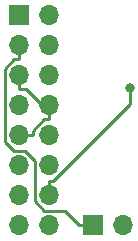
<source format=gbr>
G04 #@! TF.GenerationSoftware,KiCad,Pcbnew,(5.1.0-0)*
G04 #@! TF.CreationDate,2019-08-08T23:34:54-04:00*
G04 #@! TF.ProjectId,Dell Optiplex Front Panel LED Indicator Adapter,44656c6c-204f-4707-9469-706c65782046,rev?*
G04 #@! TF.SameCoordinates,Original*
G04 #@! TF.FileFunction,Copper,L2,Bot*
G04 #@! TF.FilePolarity,Positive*
%FSLAX46Y46*%
G04 Gerber Fmt 4.6, Leading zero omitted, Abs format (unit mm)*
G04 Created by KiCad (PCBNEW (5.1.0-0)) date 2019-08-08 23:34:54*
%MOMM*%
%LPD*%
G04 APERTURE LIST*
%ADD10O,1.700000X1.700000*%
%ADD11R,1.700000X1.700000*%
%ADD12C,0.800000*%
%ADD13C,0.250000*%
G04 APERTURE END LIST*
D10*
X153290000Y-82500000D03*
D11*
X150750000Y-82500000D03*
X144500000Y-64750000D03*
D10*
X147040000Y-64750000D03*
X144500000Y-67290000D03*
X147040000Y-67290000D03*
X144500000Y-69830000D03*
X147040000Y-69830000D03*
X144500000Y-72370000D03*
X147040000Y-72370000D03*
X144500000Y-74910000D03*
X147040000Y-74910000D03*
X144500000Y-77450000D03*
X147040000Y-77450000D03*
X144500000Y-79990000D03*
X147040000Y-79990000D03*
X144500000Y-82530000D03*
X147040000Y-82530000D03*
D12*
X153934700Y-70937000D03*
D13*
X147040000Y-79990000D02*
X147040000Y-78814700D01*
X147040000Y-78814700D02*
X147407300Y-78814700D01*
X147407300Y-78814700D02*
X153934700Y-72287300D01*
X153934700Y-72287300D02*
X153934700Y-70937000D01*
X150750000Y-82500000D02*
X149574700Y-82500000D01*
X144500000Y-67290000D02*
X144500000Y-68465300D01*
X144500000Y-68465300D02*
X144132700Y-68465300D01*
X144132700Y-68465300D02*
X143321500Y-69276500D01*
X143321500Y-69276500D02*
X143321500Y-75474700D01*
X143321500Y-75474700D02*
X144121400Y-76274600D01*
X144121400Y-76274600D02*
X145048800Y-76274600D01*
X145048800Y-76274600D02*
X145864600Y-77090400D01*
X145864600Y-77090400D02*
X145864600Y-80515600D01*
X145864600Y-80515600D02*
X146673700Y-81324700D01*
X146673700Y-81324700D02*
X148399400Y-81324700D01*
X148399400Y-81324700D02*
X149574700Y-82500000D01*
X144500000Y-69830000D02*
X144500000Y-71005300D01*
X147040000Y-72957600D02*
X145087700Y-71005300D01*
X145087700Y-71005300D02*
X144500000Y-71005300D01*
X147040000Y-72957600D02*
X147040000Y-73545300D01*
X147040000Y-72370000D02*
X147040000Y-72957600D01*
X144500000Y-74910000D02*
X145675300Y-74910000D01*
X145675300Y-74910000D02*
X145675300Y-74542700D01*
X145675300Y-74542700D02*
X146672700Y-73545300D01*
X146672700Y-73545300D02*
X147040000Y-73545300D01*
M02*

</source>
